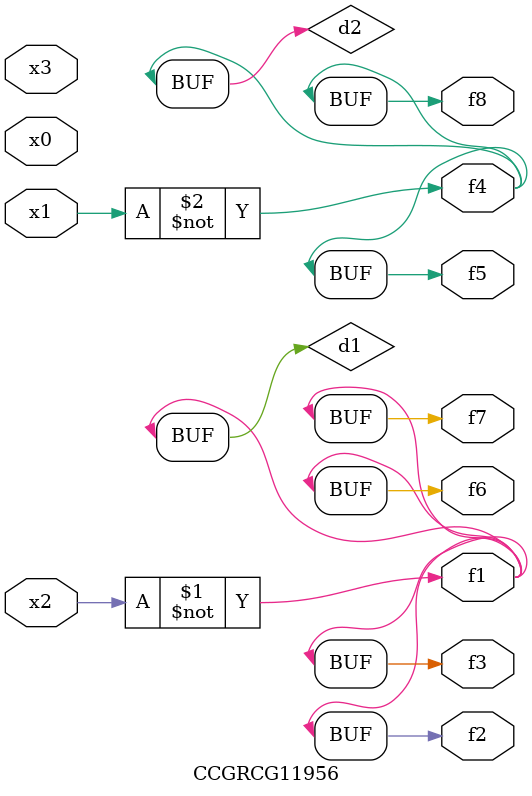
<source format=v>
module CCGRCG11956(
	input x0, x1, x2, x3,
	output f1, f2, f3, f4, f5, f6, f7, f8
);

	wire d1, d2;

	xnor (d1, x2);
	not (d2, x1);
	assign f1 = d1;
	assign f2 = d1;
	assign f3 = d1;
	assign f4 = d2;
	assign f5 = d2;
	assign f6 = d1;
	assign f7 = d1;
	assign f8 = d2;
endmodule

</source>
